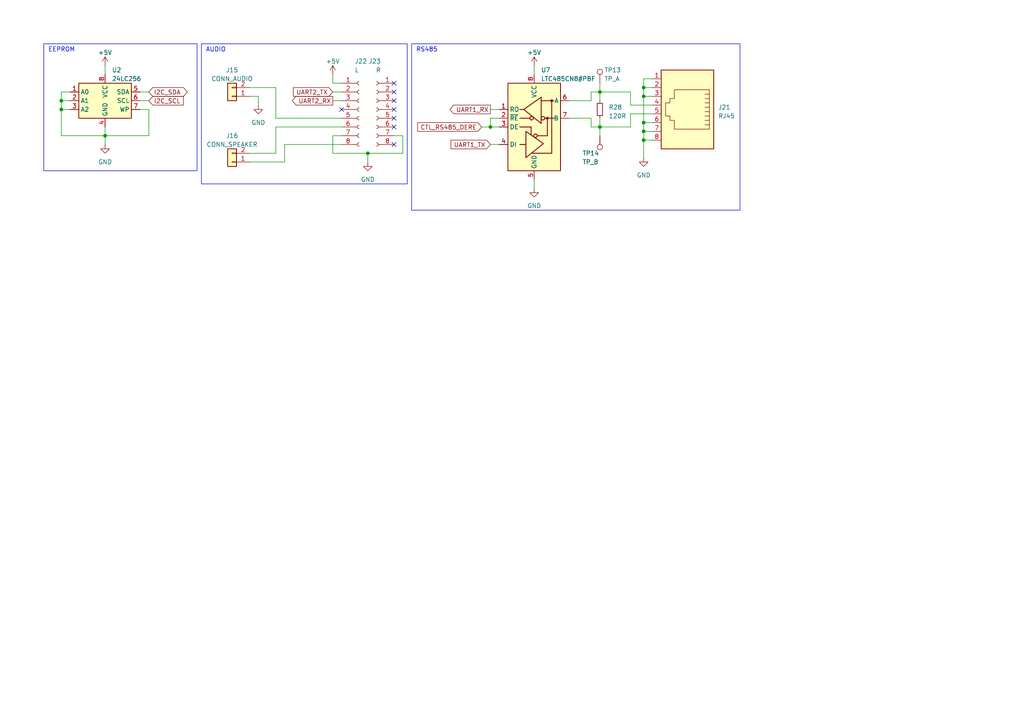
<source format=kicad_sch>
(kicad_sch (version 20230121) (generator eeschema)
  (paper "A4")
  (lib_symbols
    (symbol "Connector:Conn_01x08_Socket" (pin_names (offset 1.016) hide)
      (property "Reference" "J" (at 0 10.16 0))
      (property "Value" "Conn_01x08_Socket" (at 0 -12.7 0))
      (symbol "Conn_01x08_Socket_1_1"
        (arc (start 0 -9.652) (mid -0.5058 -10.16) (end 0 -10.668) (stroke (width 0.1524)))
        (arc (start 0 -7.112) (mid -0.5058 -7.62) (end 0 -8.128) (stroke (width 0.1524)))
        (arc (start 0 -4.572) (mid -0.5058 -5.08) (end 0 -5.588) (stroke (width 0.1524)))
        (arc (start 0 -2.032) (mid -0.5058 -2.54) (end 0 -3.048) (stroke (width 0.1524)))
        (polyline (pts (xy -1.27 -10.16) (xy -0.508 -10.16)) (stroke (width 0.1524)))
        (polyline (pts (xy -1.27 -7.62) (xy -0.508 -7.62)) (stroke (width 0.1524)))
        (polyline (pts (xy -1.27 -5.08) (xy -0.508 -5.08)) (stroke (width 0.1524)))
        (polyline (pts (xy -1.27 -2.54) (xy -0.508 -2.54)) (stroke (width 0.1524)))
        (polyline (pts (xy -1.27 0) (xy -0.508 0)) (stroke (width 0.1524)))
        (polyline (pts (xy -1.27 2.54) (xy -0.508 2.54)) (stroke (width 0.1524)))
        (polyline (pts (xy -1.27 5.08) (xy -0.508 5.08)) (stroke (width 0.1524)))
        (polyline (pts (xy -1.27 7.62) (xy -0.508 7.62)) (stroke (width 0.1524)))
        (arc (start 0 0.508) (mid -0.5058 0) (end 0 -0.508) (stroke (width 0.1524)))
        (arc (start 0 3.048) (mid -0.5058 2.54) (end 0 2.032) (stroke (width 0.1524)))
        (arc (start 0 5.588) (mid -0.5058 5.08) (end 0 4.572) (stroke (width 0.1524)))
        (arc (start 0 8.128) (mid -0.5058 7.62) (end 0 7.112) (stroke (width 0.1524)))
        (pin passive line (at -5.08 7.62 0) (length 3.81) (name "Pin_1") (number "1"))
        (pin passive line (at -5.08 5.08 0) (length 3.81) (name "Pin_2") (number "2"))
        (pin passive line (at -5.08 2.54 0) (length 3.81) (name "Pin_3") (number "3"))
        (pin passive line (at -5.08 0 0) (length 3.81) (name "Pin_4") (number "4"))
        (pin passive line (at -5.08 -2.54 0) (length 3.81) (name "Pin_5") (number "5"))
        (pin passive line (at -5.08 -5.08 0) (length 3.81) (name "Pin_6") (number "6"))
        (pin passive line (at -5.08 -7.62 0) (length 3.81) (name "Pin_7") (number "7"))
        (pin passive line (at -5.08 -10.16 0) (length 3.81) (name "Pin_8") (number "8"))
      )
    )
    (symbol "Connector:RJ45" (pin_names (offset 1.016))
      (property "Reference" "J" (at -5.08 13.97 0))
      (property "Value" "RJ45" (at 2.54 13.97 0))
      (symbol "RJ45_0_1"
        (polyline (pts (xy -5.08 4.445) (xy -6.35 4.445)))
        (polyline (pts (xy -5.08 5.715) (xy -6.35 5.715)))
        (polyline (pts (xy -6.35 -3.175) (xy -5.08 -3.175) (xy -5.08 -3.175)))
        (polyline (pts (xy -6.35 -1.905) (xy -5.08 -1.905) (xy -5.08 -1.905)))
        (polyline (pts (xy -6.35 -0.635) (xy -5.08 -0.635) (xy -5.08 -0.635)))
        (polyline (pts (xy -6.35 0.635) (xy -5.08 0.635) (xy -5.08 0.635)))
        (polyline (pts (xy -6.35 1.905) (xy -5.08 1.905) (xy -5.08 1.905)))
        (polyline (pts (xy -5.08 3.175) (xy -6.35 3.175) (xy -6.35 3.175)))
        (polyline (pts (xy -6.35 -4.445) (xy -6.35 6.985) (xy 3.81 6.985) (xy 3.81 4.445) (xy 5.08 4.445) (xy 5.08 3.175) (xy 6.35 3.175) (xy 6.35 -0.635) (xy 5.08 -0.635) (xy 5.08 -1.905) (xy 3.81 -1.905) (xy 3.81 -4.445) (xy -6.35 -4.445) (xy -6.35 -4.445)))
        (rectangle (start 7.62 12.7) (end -7.62 -10.16) (stroke (width 0.254)) (fill (type background)))
      )
      (symbol "RJ45_1_1"
        (pin passive line (at 10.16 -7.62 180) (length 2.54) (name "~") (number "1"))
        (pin passive line (at 10.16 -5.08 180) (length 2.54) (name "~") (number "2"))
        (pin passive line (at 10.16 -2.54 180) (length 2.54) (name "~") (number "3"))
        (pin passive line (at 10.16 0 180) (length 2.54) (name "~") (number "4"))
        (pin passive line (at 10.16 2.54 180) (length 2.54) (name "~") (number "5"))
        (pin passive line (at 10.16 5.08 180) (length 2.54) (name "~") (number "6"))
        (pin passive line (at 10.16 7.62 180) (length 2.54) (name "~") (number "7"))
        (pin passive line (at 10.16 10.16 180) (length 2.54) (name "~") (number "8"))
      )
    )
    (symbol "Connector:TestPoint" (pin_numbers hide) (pin_names (offset 0.762) hide)
      (property "Reference" "TP" (at 0 6.858 0))
      (property "Value" "TestPoint" (at 0 5.08 0))
      (symbol "TestPoint_0_1"
        (circle (center 0 3.302) (radius 0.762))
      )
      (symbol "TestPoint_1_1"
        (pin passive line (at 0 0 90) (length 2.54) (name "1") (number "1"))
      )
    )
    (symbol "Connector_Generic:Conn_01x02" (pin_names (offset 1.016) hide)
      (property "Reference" "J" (at 0 2.54 0))
      (property "Value" "Conn_01x02" (at 0 -5.08 0))
      (symbol "Conn_01x02_1_1"
        (rectangle (start -1.27 -2.413) (end 0 -2.667) (stroke (width 0.1524)))
        (rectangle (start -1.27 0.127) (end 0 -0.127) (stroke (width 0.1524)))
        (rectangle (start -1.27 1.27) (end 1.27 -3.81) (stroke (width 0.254)) (fill (type background)))
        (pin passive line (at -5.08 0 0) (length 3.81) (name "Pin_1") (number "1"))
        (pin passive line (at -5.08 -2.54 0) (length 3.81) (name "Pin_2") (number "2"))
      )
    )
    (symbol "Device:R_Small" (pin_numbers hide) (pin_names (offset 0.254) hide)
      (property "Reference" "R" (at 0.762 0.508 0))
      (property "Value" "R_Small" (at 0.762 -1.016 0))
      (symbol "R_Small_0_1"
        (rectangle (start -0.762 1.778) (end 0.762 -1.778) (stroke (width 0.2032)))
      )
      (symbol "R_Small_1_1"
        (pin passive line (at 0 2.54 270) (length 0.762) (name "~") (number "1"))
        (pin passive line (at 0 -2.54 90) (length 0.762) (name "~") (number "2"))
      )
    )
    (symbol "Interface_UART:LT1785xN8"
      (property "Reference" "U" (at -6.985 13.97 0))
      (property "Value" "LT1785xN8" (at 6.35 13.97 0))
      (symbol "LT1785xN8_0_1"
        (rectangle (start -7.62 12.7) (end 7.62 -12.7) (stroke (width 0.254)) (fill (type background)))
      )
      (symbol "LT1785xN8_1_1"
        (circle (center -0.762 2.54) (radius 0.508) (stroke (width 0.254)))
        (polyline (pts (xy -4.191 2.54) (xy -1.27 2.54)) (stroke (width 0.254)))
        (polyline (pts (xy -2.54 -5.08) (xy -4.191 -5.08)) (stroke (width 0.254)))
        (polyline (pts (xy -0.635 -7.62) (xy 5.08 -7.62)) (stroke (width 0.254)))
        (polyline (pts (xy 0.889 -2.54) (xy 3.81 -2.54)) (stroke (width 0.254)))
        (polyline (pts (xy 2.032 7.62) (xy 5.715 7.62)) (stroke (width 0.254)))
        (polyline (pts (xy 3.048 2.54) (xy 5.715 2.54)) (stroke (width 0.254)))
        (polyline (pts (xy 3.81 -2.54) (xy 3.81 2.54)) (stroke (width 0.254)))
        (polyline (pts (xy 5.08 -7.62) (xy 5.08 7.62)) (stroke (width 0.254)))
        (polyline (pts (xy -4.191 0) (xy -0.889 0) (xy -0.889 -2.286)) (stroke (width 0.254)))
        (polyline (pts (xy -3.175 5.08) (xy -4.191 5.08) (xy -4.064 5.08)) (stroke (width 0.254)))
        (polyline (pts (xy -2.413 -5.08) (xy -2.413 -1.27) (xy 2.667 -4.826) (xy -2.413 -8.89) (xy -2.413 -5.08)) (stroke (width 0.254)))
        (polyline (pts (xy 2.032 4.826) (xy 2.032 8.636) (xy -3.048 5.08) (xy 2.032 1.016) (xy 2.032 4.826)) (stroke (width 0.254)))
        (circle (center 0.381 -2.54) (radius 0.508) (stroke (width 0.254)))
        (circle (center 2.54 2.54) (radius 0.508) (stroke (width 0.254)))
        (circle (center 3.81 2.54) (radius 0.2794) (stroke (width 0.254)) (fill (type outline)))
        (circle (center 5.08 7.62) (radius 0.2794) (stroke (width 0.254)) (fill (type outline)))
        (pin output line (at -10.16 5.08 0) (length 2.54) (name "RO") (number "1"))
        (pin input line (at -10.16 2.54 0) (length 2.54) (name "~{RE}") (number "2"))
        (pin input line (at -10.16 0 0) (length 2.54) (name "DE") (number "3"))
        (pin input line (at -10.16 -5.08 0) (length 2.54) (name "DI") (number "4"))
        (pin power_in line (at 0 -15.24 90) (length 2.54) (name "GND") (number "5"))
        (pin bidirectional line (at 10.16 7.62 180) (length 2.54) (name "A") (number "6"))
        (pin bidirectional line (at 10.16 2.54 180) (length 2.54) (name "B") (number "7"))
        (pin power_in line (at 0 15.24 270) (length 2.54) (name "VCC") (number "8"))
      )
    )
    (symbol "Memory_EEPROM:24LC256"
      (property "Reference" "U" (at -6.35 6.35 0))
      (property "Value" "24LC256" (at 1.27 6.35 0))
      (symbol "24LC256_1_1"
        (rectangle (start -7.62 5.08) (end 7.62 -5.08) (stroke (width 0.254)) (fill (type background)))
        (pin input line (at -10.16 2.54 0) (length 2.54) (name "A0") (number "1"))
        (pin input line (at -10.16 0 0) (length 2.54) (name "A1") (number "2"))
        (pin input line (at -10.16 -2.54 0) (length 2.54) (name "A2") (number "3"))
        (pin power_in line (at 0 -7.62 90) (length 2.54) (name "GND") (number "4"))
        (pin bidirectional line (at 10.16 2.54 180) (length 2.54) (name "SDA") (number "5"))
        (pin input line (at 10.16 0 180) (length 2.54) (name "SCL") (number "6"))
        (pin input line (at 10.16 -2.54 180) (length 2.54) (name "WP") (number "7"))
        (pin power_in line (at 0 7.62 270) (length 2.54) (name "VCC") (number "8"))
      )
    )
    (symbol "power:+5V" (power) (pin_names (offset 0))
      (property "Value" "+5V" (at 0 3.556 0))
      (symbol "+5V_0_1"
        (polyline (pts (xy -0.762 1.27) (xy 0 2.54)))
        (polyline (pts (xy 0 0) (xy 0 2.54)))
        (polyline (pts (xy 0 2.54) (xy 0.762 1.27)))
      )
      (symbol "+5V_1_1"
        (pin power_in line (at 0 0 90) (length 0) hide (name "+5V") (number "1"))
      )
    )
    (symbol "power:GND" (power) (pin_names (offset 0))
      (property "Value" "GND" (at 0 -3.81 0))
      (symbol "GND_0_1"
        (polyline (pts (xy 0 0) (xy 0 -1.27) (xy 1.27 -1.27) (xy 0 -2.54) (xy -1.27 -1.27) (xy 0 -1.27)))
      )
      (symbol "GND_1_1"
        (pin power_in line (at 0 0 270) (length 0) hide (name "GND") (number "1"))
      )
    )
  )
  (junction (at 17.78 29.21))
  (junction (at 186.69 25.4))
  (junction (at 186.69 40.64))
  (junction (at 173.99 26.67))
  (junction (at 186.69 27.94))
  (junction (at 142.24 36.83))
  (junction (at 186.69 38.1))
  (junction (at 173.99 36.83))
  (junction (at 30.48 39.37))
  (junction (at 17.78 31.75))
  (junction (at 186.69 35.56))
  (junction (at 106.68 44.45))
  (no_connect (at 114.3 29.21))
  (no_connect (at 114.3 36.83))
  (no_connect (at 114.3 26.67))
  (no_connect (at 114.3 24.13))
  (no_connect (at 114.3 34.29))
  (no_connect (at 114.3 31.75))
  (no_connect (at 114.3 41.91))
  (no_connect (at 99.06 31.75))
  (wire (pts (xy 189.23 33.02) (xy 182.88 33.02)))
  (wire (pts (xy 165.1 34.29) (xy 171.45 34.29)))
  (wire (pts (xy 43.18 39.37) (xy 30.48 39.37)))
  (wire (pts (xy 165.1 29.21) (xy 171.45 29.21)))
  (wire (pts (xy 154.94 54.61) (xy 154.94 52.07)))
  (wire (pts (xy 96.52 44.45) (xy 106.68 44.45)))
  (wire (pts (xy 182.88 36.83) (xy 173.99 36.83)))
  (wire (pts (xy 171.45 34.29) (xy 171.45 36.83)))
  (wire (pts (xy 96.52 26.67) (xy 99.06 26.67)))
  (wire (pts (xy 154.94 19.05) (xy 154.94 21.59)))
  (wire (pts (xy 80.01 34.29) (xy 99.06 34.29)))
  (wire (pts (xy 116.84 39.37) (xy 114.3 39.37)))
  (wire (pts (xy 40.64 26.67) (xy 43.18 26.67)))
  (wire (pts (xy 99.06 41.91) (xy 82.55 41.91)))
  (wire (pts (xy 43.18 31.75) (xy 43.18 39.37)))
  (wire (pts (xy 142.24 36.83) (xy 144.78 36.83)))
  (wire (pts (xy 173.99 36.83) (xy 173.99 34.29)))
  (wire (pts (xy 173.99 24.13) (xy 173.99 26.67)))
  (wire (pts (xy 173.99 36.83) (xy 173.99 39.37)))
  (wire (pts (xy 186.69 38.1) (xy 186.69 40.64)))
  (wire (pts (xy 173.99 26.67) (xy 173.99 29.21)))
  (wire (pts (xy 116.84 44.45) (xy 116.84 39.37)))
  (wire (pts (xy 80.01 25.4) (xy 80.01 34.29)))
  (wire (pts (xy 17.78 39.37) (xy 30.48 39.37)))
  (wire (pts (xy 72.39 27.94) (xy 74.93 27.94)))
  (wire (pts (xy 17.78 29.21) (xy 17.78 31.75)))
  (wire (pts (xy 186.69 35.56) (xy 189.23 35.56)))
  (wire (pts (xy 182.88 30.48) (xy 189.23 30.48)))
  (wire (pts (xy 99.06 39.37) (xy 96.52 39.37)))
  (wire (pts (xy 72.39 44.45) (xy 80.01 44.45)))
  (wire (pts (xy 182.88 26.67) (xy 173.99 26.67)))
  (wire (pts (xy 186.69 27.94) (xy 186.69 35.56)))
  (wire (pts (xy 80.01 44.45) (xy 80.01 36.83)))
  (wire (pts (xy 17.78 26.67) (xy 17.78 29.21)))
  (wire (pts (xy 186.69 25.4) (xy 189.23 25.4)))
  (wire (pts (xy 171.45 36.83) (xy 173.99 36.83)))
  (wire (pts (xy 186.69 38.1) (xy 189.23 38.1)))
  (wire (pts (xy 186.69 35.56) (xy 186.69 38.1)))
  (wire (pts (xy 40.64 29.21) (xy 43.18 29.21)))
  (wire (pts (xy 74.93 30.48) (xy 74.93 27.94)))
  (wire (pts (xy 20.32 29.21) (xy 17.78 29.21)))
  (wire (pts (xy 106.68 44.45) (xy 106.68 46.99)))
  (wire (pts (xy 171.45 29.21) (xy 171.45 26.67)))
  (wire (pts (xy 186.69 22.86) (xy 186.69 25.4)))
  (wire (pts (xy 30.48 19.05) (xy 30.48 21.59)))
  (wire (pts (xy 40.64 31.75) (xy 43.18 31.75)))
  (wire (pts (xy 17.78 31.75) (xy 17.78 39.37)))
  (wire (pts (xy 80.01 36.83) (xy 99.06 36.83)))
  (wire (pts (xy 186.69 40.64) (xy 186.69 45.72)))
  (wire (pts (xy 144.78 34.29) (xy 142.24 34.29)))
  (wire (pts (xy 82.55 46.99) (xy 72.39 46.99)))
  (wire (pts (xy 20.32 31.75) (xy 17.78 31.75)))
  (wire (pts (xy 171.45 26.67) (xy 173.99 26.67)))
  (wire (pts (xy 142.24 31.75) (xy 144.78 31.75)))
  (wire (pts (xy 72.39 25.4) (xy 80.01 25.4)))
  (wire (pts (xy 182.88 26.67) (xy 182.88 30.48)))
  (wire (pts (xy 96.52 24.13) (xy 99.06 24.13)))
  (wire (pts (xy 106.68 44.45) (xy 116.84 44.45)))
  (wire (pts (xy 142.24 41.91) (xy 144.78 41.91)))
  (wire (pts (xy 182.88 33.02) (xy 182.88 36.83)))
  (wire (pts (xy 96.52 21.59) (xy 96.52 24.13)))
  (wire (pts (xy 189.23 22.86) (xy 186.69 22.86)))
  (wire (pts (xy 142.24 34.29) (xy 142.24 36.83)))
  (wire (pts (xy 96.52 29.21) (xy 99.06 29.21)))
  (wire (pts (xy 20.32 26.67) (xy 17.78 26.67)))
  (wire (pts (xy 82.55 41.91) (xy 82.55 46.99)))
  (wire (pts (xy 139.7 36.83) (xy 142.24 36.83)))
  (wire (pts (xy 186.69 25.4) (xy 186.69 27.94)))
  (wire (pts (xy 186.69 40.64) (xy 189.23 40.64)))
  (wire (pts (xy 186.69 27.94) (xy 189.23 27.94)))
  (wire (pts (xy 96.52 39.37) (xy 96.52 44.45)))
  (wire (pts (xy 30.48 39.37) (xy 30.48 41.91)))
  (wire (pts (xy 30.48 36.83) (xy 30.48 39.37)))
  (rectangle (start 58.42 12.7) (end 118.11 53.34))
  (rectangle (start 119.38 12.7) (end 214.63 60.96))
  (rectangle (start 12.7 12.7) (end 57.15 49.53))
  (text "AUDIO" (at 59.69 15.24 0) (effects (font (size 1.27 1.27)) (justify left bottom)))
  (text "EEPROM" (at 13.97 15.24 0) (effects (font (size 1.27 1.27)) (justify left bottom)))
  (text "RS485" (at 120.65 15.24 0) (effects (font (size 1.27 1.27)) (justify left bottom)))
  (global_label "UART2_RX" (shape output) (at 96.52 29.21 180) (property "Intersheetrefs" "${INTERSHEET_REFS}" (effects hide)))
  (global_label "UART1_RX" (shape output) (at 142.24 31.75 180) (property "Intersheetrefs" "${INTERSHEET_REFS}" (effects hide)))
  (global_label "CTL_RS485_DERE" (shape input) (at 139.7 36.83 180) (property "Intersheetrefs" "${INTERSHEET_REFS}" (effects hide)))
  (global_label "I2C_SCL" (shape input) (at 43.18 29.21 0) (property "Intersheetrefs" "${INTERSHEET_REFS}" (effects hide)))
  (global_label "I2C_SDA" (shape bidirectional) (at 43.18 26.67 0) (property "Intersheetrefs" "${INTERSHEET_REFS}" (effects hide)))
  (global_label "UART2_TX" (shape input) (at 96.52 26.67 180) (property "Intersheetrefs" "${INTERSHEET_REFS}" (effects hide)))
  (global_label "UART1_TX" (shape input) (at 142.24 41.91 180) (property "Intersheetrefs" "${INTERSHEET_REFS}" (effects hide)))
  (symbol (lib_id "power:GND") (at 186.69 45.72 0) (unit 1)
    (property "Reference" "#PWR051" (effects hide))
    (property "Value" "GND" (at 186.69 50.8 0))
    (instances (project "LaunchController" (path "" (reference "#PWR051") (unit 1)) (path "" (reference "#PWR046") (unit 1))))
  )
  (symbol (lib_id "Connector:RJ45") (at 199.39 30.48 180) (unit 1)
    (property "Reference" "J21" (at 208.28 31.115 0) (effects (justify right)))
    (property "Value" "RJ45" (at 208.28 33.655 0) (effects (justify right)))
    (property "Footprint" "Connector_RJ:RJ45_Wuerth_7499010001A_Horizontal" (effects hide))
    (property "Datasheet" "https://www.monotaro.com/g/04423212" (effects hide))
    (instances (project "LaunchController" (path "" (reference "J21") (unit 1)) (path "" (reference "J9") (unit 1))))
  )
  (symbol (lib_id "Connector:Conn_01x08_Socket") (at 104.14 31.75 0) (unit 1)
    (property "Reference" "J22" (at 102.87 17.78 0) (effects (justify left)))
    (property "Value" "L" (at 102.87 20.32 0) (effects (justify left)))
    (property "Footprint" "Connector_PinHeader_2.54mm:PinHeader_1x08_P2.54mm_Vertical" (effects hide))
    (property "Datasheet" "https://akizukidenshi.com/catalog/g/gC-04394/" (effects hide))
    (instances (project "LaunchController" (path "" (reference "J22") (unit 1)) (path "" (reference "J7") (unit 1))))
  )
  (symbol (lib_id "Connector:TestPoint") (at 173.99 24.13 0) (unit 1)
    (property "Reference" "TP13" (at 175.26 20.32 0) (effects (justify left)))
    (property "Value" "TP_A" (at 175.26 22.86 0) (effects (justify left)))
    (property "Footprint" "TestPoint:TestPoint_THTPad_D2.5mm_Drill1.2mm" (effects hide))
    (property "Datasheet" "https://akizukidenshi.com/catalog/g/gP-12215/" (effects hide))
  )
  (symbol (lib_id "Connector_Generic:Conn_01x02") (at 67.31 27.94 180) (unit 1)
    (property "Reference" "J15" (at 67.31 20.32 0))
    (property "Value" "CONN_AUDIO" (at 67.31 22.86 0))
    (property "Footprint" "Connector_JST:JST_XH_B2B-XH-A_1x02_P2.50mm_Vertical" (effects hide))
    (property "Datasheet" "https://akizukidenshi.com/catalog/g/gC-12247/" (effects hide))
    (instances (project "LaunchController" (path "" (reference "J15") (unit 1)) (path "" (reference "J4") (unit 1))))
  )
  (symbol (lib_id "power:+5V") (at 154.94 19.05 0) (unit 1)
    (property "Reference" "#PWR048" (effects hide))
    (property "Value" "+5V" (at 154.94 15.24 0))
    (instances (project "LaunchController" (path "" (reference "#PWR048") (unit 1)) (path "" (reference "#PWR043") (unit 1))))
  )
  (symbol (lib_id "Device:R_Small") (at 173.99 31.75 180) (unit 1)
    (property "Reference" "R28" (at 176.53 31.115 0) (effects (justify right)))
    (property "Value" "120R" (at 176.53 33.655 0) (effects (justify right)))
    (property "Footprint" "Resistor_SMD:R_0603_1608Metric_Pad0.98x0.95mm_HandSolder" (effects hide))
    (property "Datasheet" "https://www.chip1stop.com/view/dispDetail/DispDetail?partId=ROHM-0040116" (effects hide))
    (instances (project "LaunchController" (path "" (reference "R28") (unit 1)) (path "" (reference "R25") (unit 1))))
  )
  (symbol (lib_id "Memory_EEPROM:24LC256") (at 30.48 29.21 0) (unit 1)
    (property "Reference" "U2" (at 32.4359 20.32 0) (effects (justify left)))
    (property "Value" "24LC256" (at 32.4359 22.86 0) (effects (justify left)))
    (property "Footprint" "Package_DIP:DIP-8_W7.62mm" (effects hide))
    (property "Datasheet" "https://akizukidenshi.com/catalog/g/gI-00705/" (effects hide))
  )
  (symbol (lib_id "Connector:Conn_01x08_Socket") (at 109.22 31.75 0) (mirror y) (unit 1)
    (property "Reference" "J23" (at 110.49 17.78 0) (effects (justify left)))
    (property "Value" "R" (at 110.49 20.32 0) (effects (justify left)))
    (property "Footprint" "Connector_PinHeader_2.54mm:PinHeader_1x08_P2.54mm_Vertical" (effects hide))
    (property "Datasheet" "https://akizukidenshi.com/catalog/g/gC-04394/" (effects hide))
    (instances (project "LaunchController" (path "" (reference "J23") (unit 1)) (path "" (reference "J8") (unit 1))))
  )
  (symbol (lib_id "power:+5V") (at 96.52 21.59 0) (unit 1)
    (property "Reference" "#PWR054" (effects hide))
    (property "Value" "+5V" (at 96.52 17.78 0))
    (instances (project "LaunchController" (path "" (reference "#PWR054") (unit 1)) (path "" (reference "#PWR040") (unit 1))))
  )
  (symbol (lib_id "power:+5V") (at 30.48 19.05 0) (unit 1)
    (property "Reference" "#PWR014" (effects hide))
    (property "Value" "+5V" (at 30.48 15.24 0))
  )
  (symbol (lib_id "Connector:TestPoint") (at 173.99 39.37 180) (unit 1)
    (property "Reference" "TP14" (at 168.91 44.45 0) (effects (justify right)))
    (property "Value" "TP_B" (at 168.91 46.99 0) (effects (justify right)))
    (property "Footprint" "TestPoint:TestPoint_THTPad_D2.5mm_Drill1.2mm" (effects hide))
    (property "Datasheet" "https://akizukidenshi.com/catalog/g/gP-12215/" (effects hide))
  )
  (symbol (lib_id "Connector_Generic:Conn_01x02") (at 67.31 46.99 180) (unit 1)
    (property "Reference" "J16" (at 67.31 39.37 0))
    (property "Value" "CONN_SPEAKER" (at 67.31 41.91 0))
    (property "Footprint" "Connector_JST:JST_XH_B2B-XH-A_1x02_P2.50mm_Vertical" (effects hide))
    (property "Datasheet" "https://akizukidenshi.com/catalog/g/gC-12247/" (effects hide))
    (instances (project "LaunchController" (path "" (reference "J16") (unit 1)) (path "" (reference "J5") (unit 1))))
  )
  (symbol (lib_id "power:GND") (at 30.48 41.91 0) (unit 1)
    (property "Reference" "#PWR015" (effects hide))
    (property "Value" "GND" (at 30.48 46.99 0))
  )
  (symbol (lib_id "power:GND") (at 74.93 30.48 0) (unit 1)
    (property "Reference" "#PWR050" (effects hide))
    (property "Value" "GND" (at 74.93 35.56 0))
    (instances (project "LaunchController" (path "" (reference "#PWR050") (unit 1)) (path "" (reference "#PWR039") (unit 1))))
  )
  (symbol (lib_id "Interface_UART:LT1785xN8") (at 154.94 36.83 0) (unit 1)
    (property "Reference" "U7" (at 156.8959 20.32 0) (effects (justify left)))
    (property "Value" "LTC485CN8#PBF" (at 156.8959 22.86 0) (effects (justify left)))
    (property "Footprint" "Package_DIP:DIP-8_W7.62mm" (effects hide))
    (property "Datasheet" "https://akizukidenshi.com/catalog/g/gI-02792/" (effects hide))
  )
  (symbol (lib_id "power:GND") (at 106.68 46.99 0) (unit 1)
    (property "Reference" "#PWR057" (effects hide))
    (property "Value" "GND" (at 106.68 52.07 0))
    (instances (project "LaunchController" (path "" (reference "#PWR057") (unit 1)) (path "" (reference "#PWR041") (unit 1))))
  )
  (symbol (lib_id "power:GND") (at 154.94 54.61 0) (unit 1)
    (property "Reference" "#PWR049" (effects hide))
    (property "Value" "GND" (at 154.94 59.69 0))
    (instances (project "LaunchController" (path "" (reference "#PWR049") (unit 1)) (path "" (reference "#PWR045") (unit 1))))
  )
)
</source>
